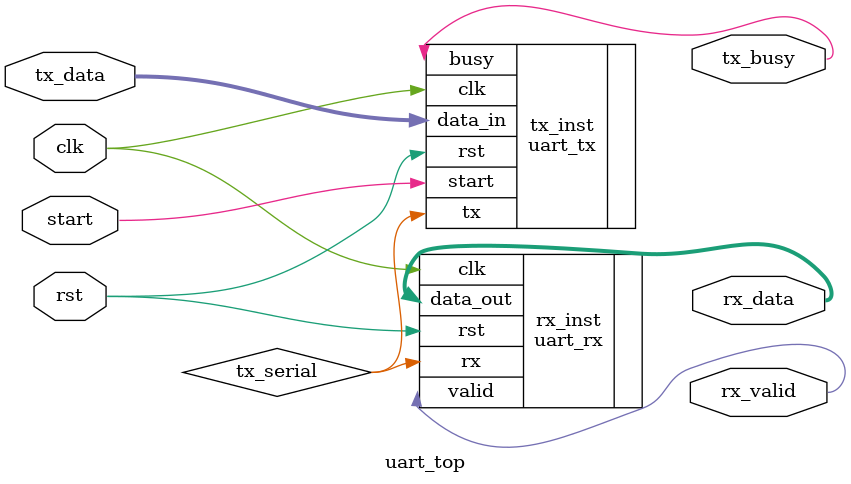
<source format=sv>
module uart_top (
    input logic clk, rst, start,
    input logic [7:0] tx_data,
    output logic [7:0] rx_data,
    output logic tx_busy, rx_valid
);
    logic tx_serial;
    
    // Instantiate UART Transmitter
    uart_tx tx_inst (
        .clk(clk), .rst(rst), .start(start),
        .data_in(tx_data), .tx(tx_serial), .busy(tx_busy)
    );
    
    // Instantiate UART Receiver
    uart_rx rx_inst (
        .clk(clk), .rst(rst), .rx(tx_serial),
        .data_out(rx_data), .valid(rx_valid)
    );
endmodule
</source>
